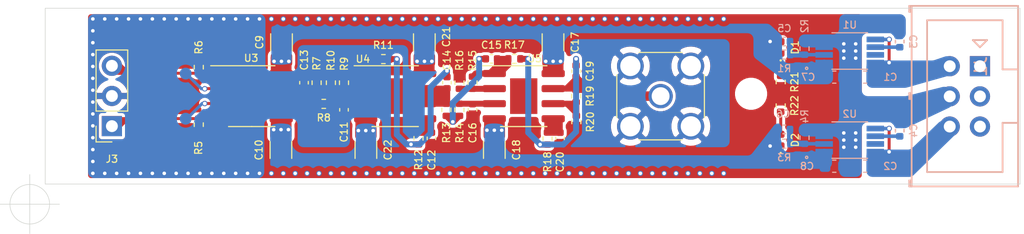
<source format=kicad_pcb>
(kicad_pcb (version 20171130) (host pcbnew "(5.1.8)-1")
  (layers (0 F.Cu signal) (1 In1.Cu signal) (2 In2.Cu signal) (31 B.Cu signal) (34 B.Paste user hide) (35 F.Paste user hide) (36 B.SilkS user) (37 F.SilkS user) (38 B.Mask user) (39 F.Mask user) (44 Edge.Cuts user))
  (net 0 "")
  (net 1 GND)
  (net 2 +18V)
  (net 3 -18V)
  (net 4 "Net-(C3-Pad1)")
  (net 5 "Net-(C4-Pad1)")
  (net 6 "Net-(C5-Pad2)")
  (net 7 AVCC)
  (net 8 "Net-(C6-Pad2)")
  (net 9 AVEE)
  (net 10 Signal+)
  (net 11 Signal-)
  (net 12 SubSignal)
  (net 13 OutSignal)
  (net 14 "Net-(C11-Pad1)")
  (net 15 "Net-(C12-Pad1)")
  (net 16 "Net-(C14-Pad2)")
  (net 17 "Net-(C14-Pad1)")
  (net 18 "Net-(C15-Pad2)")
  (net 19 "Net-(C15-Pad1)")
  (net 20 "Net-(C16-Pad1)")
  (net 21 "Net-(C19-Pad1)")
  (net 22 "Net-(C20-Pad1)")
  (net 23 "Net-(R10-Pad1)")
  (net 24 "Net-(R11-Pad1)")
  (net 25 "Net-(R15-Pad2)")
  (net 26 "Net-(R19-Pad2)")
  (net 27 "Net-(D1-Pad1)")
  (net 28 "Net-(D2-Pad2)")
  (net 29 "Net-(J5-Pad1)")
  (net 30 "Net-(J2-Pad1)")
  (module Capacitor_SMD:C_1206_3216Metric (layer F.Cu) (at 95.24 104.03 270)
    (fp_text reference C22 (at 0 -1.85 90) (layer F.SilkS) (effects (font (size 0.6 0.6) (thickness 0.1))))
    (fp_text value 0.1uF)
    (pad 2 smd roundrect (at 1.475 0 270) (size 1.15 1.8) (layers F.Cu F.Paste F.Mask) (roundrect_rratio 0.217391) (net 1 GND))
    (pad 1 smd roundrect (at -1.475 0 270) (size 1.15 1.8) (layers F.Cu F.Paste F.Mask) (roundrect_rratio 0.217391) (net 9 AVEE))
  )
  (module Capacitor_SMD:C_1206_3216Metric (layer F.Cu) (at 100.15 94.96 270)
    (fp_text reference C21 (at -0.46 -1.85 90) (layer F.SilkS) (effects (font (size 0.6 0.6) (thickness 0.1))))
    (fp_text value 0.1uF)
    (pad 2 smd roundrect (at 1.475 0 270) (size 1.15 1.8) (layers F.Cu F.Paste F.Mask) (roundrect_rratio 0.217391) (net 7 AVCC))
    (pad 1 smd roundrect (at -1.475 0 270) (size 1.15 1.8) (layers F.Cu F.Paste F.Mask) (roundrect_rratio 0.217391) (net 1 GND))
  )
  (module Capacitor_SMD:C_1206_3216Metric (layer F.Cu) (at 106.03 104.03 270)
    (fp_text reference C18 (at 0 -1.85 90) (layer F.SilkS) (effects (font (size 0.6 0.6) (thickness 0.1))))
    (fp_text value 0.1uF)
    (pad 2 smd roundrect (at 1.475 0 270) (size 1.15 1.8) (layers F.Cu F.Paste F.Mask) (roundrect_rratio 0.217391) (net 1 GND))
    (pad 1 smd roundrect (at -1.475 0 270) (size 1.15 1.8) (layers F.Cu F.Paste F.Mask) (roundrect_rratio 0.217391) (net 9 AVEE))
  )
  (module Capacitor_SMD:C_1206_3216Metric (layer F.Cu) (at 110.96 94.96 270)
    (fp_text reference C17 (at 0 -1.85 90) (layer F.SilkS) (effects (font (size 0.6 0.6) (thickness 0.1))))
    (fp_text value 0.1uF)
    (pad 2 smd roundrect (at 1.475 0 270) (size 1.15 1.8) (layers F.Cu F.Paste F.Mask) (roundrect_rratio 0.217391) (net 7 AVCC))
    (pad 1 smd roundrect (at -1.475 0 270) (size 1.15 1.8) (layers F.Cu F.Paste F.Mask) (roundrect_rratio 0.217391) (net 1 GND))
  )
  (module Capacitor_SMD:C_1206_3216Metric (layer F.Cu) (at 88.1 104.03 90)
    (fp_text reference C10 (at 0 -1.85 90) (layer F.SilkS) (effects (font (size 0.6 0.6) (thickness 0.1))))
    (fp_text value 0.1uF)
    (pad 2 smd roundrect (at 1.475 0 90) (size 1.15 1.8) (layers F.Cu F.Paste F.Mask) (roundrect_rratio 0.217391) (net 9 AVEE))
    (pad 1 smd roundrect (at -1.475 0 90) (size 1.15 1.8) (layers F.Cu F.Paste F.Mask) (roundrect_rratio 0.217391) (net 1 GND))
  )
  (module Capacitor_SMD:C_1206_3216Metric (layer F.Cu) (at 88.15 94.96 90)
    (fp_text reference C9 (at 0 -1.85 90) (layer F.SilkS) (effects (font (size 0.6 0.6) (thickness 0.1))))
    (fp_text value 0.1uF)
    (pad 2 smd roundrect (at 1.475 0 90) (size 1.15 1.8) (layers F.Cu F.Paste F.Mask) (roundrect_rratio 0.217391) (net 1 GND))
    (pad 1 smd roundrect (at -1.475 0 90) (size 1.15 1.8) (layers F.Cu F.Paste F.Mask) (roundrect_rratio 0.217391) (net 7 AVCC))
  )
  (module lib:MountingPad_1mm (layer B.Cu) (at 80.1 101.4 270)
    (fp_text reference J5 hide)
    (fp_text value Conn_01x01_Female)
    (pad 1 smd circle (at 0 0 270) (size 1 1) (layers B.Cu B.Paste B.Mask) (net 29 "Net-(J5-Pad1)"))
  )
  (module lib:MountingPad_1mm (layer B.Cu) (at 80.1 97.6 270)
    (fp_text reference J2 hide)
    (fp_text value Conn_01x01_Female)
    (pad 1 smd circle (at 0 0 270) (size 1 1) (layers B.Cu B.Paste B.Mask) (net 30 "Net-(J2-Pad1)"))
  )
  (module Connector_Multicomp:Multicomp_MC9A12-1034_2x03_P2.54mm_Vertical (layer B.Cu) (at 145.5 99.5 270)
    (fp_text reference J1 (at -2.5 -1.4 90) (layer B.SilkS) (effects (justify mirror)))
    (fp_text value Conn_01x04)
    (pad 4 thru_hole circle (at 0.02 1.21 270) (size 1.7 1.7) (drill 1) (layers *.Cu *.Mask) (net 1 GND))
    (pad 5 thru_hole circle (at 2.56 -1.33 270) (size 1.7 1.7) (drill 1) (layers *.Cu *.Mask))
    (pad 1 thru_hole rect (at -2.52 -1.33 270) (size 1.7 1.7) (drill 1) (layers *.Cu *.Mask))
    (pad 6 thru_hole circle (at 2.56 1.21 270) (size 1.7 1.7) (drill 1) (layers *.Cu *.Mask) (net 3 -18V))
    (pad 3 thru_hole circle (at 0.02 -1.33 270) (size 1.7 1.7) (drill 1) (layers *.Cu *.Mask))
    (pad 2 thru_hole circle (at -2.52 1.21 270) (size 1.7 1.7) (drill 1) (layers *.Cu *.Mask) (net 2 +18V))
  )
  (module Resistor_SMD:R_0402_1005Metric (layer F.Cu) (at 130.09 100.3 270)
    (fp_text reference R22 (at 0 -1.17 90) (layer F.SilkS) (effects (font (size 0.6 0.6) (thickness 0.1))))
    (fp_text value 11K)
    (pad 2 smd roundrect (at 0.51 0 270) (size 0.54 0.64) (layers F.Cu F.Paste F.Mask) (net 28 "Net-(D2-Pad2)"))
    (pad 1 smd roundrect (at -0.51 0 270) (size 0.54 0.64) (layers F.Cu F.Paste F.Mask) (net 1 GND))
  )
  (module Resistor_SMD:R_0402_1005Metric (layer F.Cu) (at 130.09 98.305 270)
    (fp_text reference R21 (at 0 -1.17 90) (layer F.SilkS) (effects (font (size 0.6 0.6) (thickness 0.1))))
    (fp_text value 11K)
    (pad 2 smd roundrect (at 0.51 0 270) (size 0.54 0.64) (layers F.Cu F.Paste F.Mask) (net 1 GND))
    (pad 1 smd roundrect (at -0.51 0 270) (size 0.54 0.64) (layers F.Cu F.Paste F.Mask) (net 27 "Net-(D1-Pad1)"))
  )
  (module LED_SMD:LED_0402_1005Metric (layer F.Cu) (at 130.09 103.2 90)
    (fp_text reference D2 (at 0 1.21 90) (layer F.SilkS) (effects (font (size 0.6 0.6) (thickness 0.1))))
    (fp_text value LED)
    (pad 2 smd roundrect (at 0.485 0 90) (size 0.59 0.64) (layers F.Cu F.Paste F.Mask) (net 28 "Net-(D2-Pad2)"))
    (pad 1 smd roundrect (at -0.485 0 90) (size 0.59 0.64) (layers F.Cu F.Paste F.Mask) (net 9 AVEE))
  )
  (module LED_SMD:LED_0402_1005Metric (layer F.Cu) (at 130.09 95.4 90)
    (fp_text reference D1 (at 0 1.21 90) (layer F.SilkS) (effects (font (size 0.6 0.6) (thickness 0.1))))
    (fp_text value LED)
    (pad 2 smd roundrect (at 0.485 0 90) (size 0.59 0.64) (layers F.Cu F.Paste F.Mask) (net 7 AVCC))
    (pad 1 smd roundrect (at -0.485 0 90) (size 0.59 0.64) (layers F.Cu F.Paste F.Mask) (net 27 "Net-(D1-Pad1)"))
  )
  (module MountingHole:MountingHole_2.2mm_M2 (layer F.Cu) (at 127.6 99.5)
    (fp_text reference H3 hide)
    (fp_text value MountingHole)
    (pad 1 np_thru_hole circle (at 0 -0.2) (size 2.2 2.2) (drill 2.2) (layers *.Cu *.Mask))
  )
  (module MountingHole:MountingHole_2.2mm_M2 (layer F.Cu) (at 70.1 105.1)
    (fp_text reference H2 hide)
    (fp_text value MountingHole)
    (pad 1 np_thru_hole circle (at 0 0) (size 2.2 2.2) (drill 2.2) (layers *.Cu *.Mask))
  )
  (module MountingHole:MountingHole_2.2mm_M2 (layer F.Cu) (at 70.1 93.9)
    (fp_text reference H1 hide)
    (fp_text value MountingHole)
    (pad 1 np_thru_hole circle (at 0 0) (size 2.2 2.2) (drill 2.2) (layers *.Cu *.Mask))
  )
  (module Capacitor_SMD:C_0402_1005Metric (layer B.Cu) (at 130.39 102.3)
    (fp_text reference C6 (at -0.09 -1.3) (layer B.SilkS) (effects (font (size 0.6 0.6) (thickness 0.1)) (justify mirror)))
    (fp_text value 10nF)
    (pad 2 smd roundrect (at 0.48 0) (size 0.56 0.62) (layers B.Cu B.Paste B.Mask) (net 8 "Net-(C6-Pad2)"))
    (pad 1 smd roundrect (at -0.48 0) (size 0.56 0.62) (layers B.Cu B.Paste B.Mask) (net 9 AVEE))
  )
  (module Capacitor_SMD:C_0402_1005Metric (layer B.Cu) (at 130.39 94.899999)
    (fp_text reference C5 (at 0.01 -1.099999) (layer B.SilkS) (effects (font (size 0.6 0.6) (thickness 0.1)) (justify mirror)))
    (fp_text value 10nF)
    (pad 2 smd roundrect (at 0.48 0) (size 0.56 0.62) (layers B.Cu B.Paste B.Mask) (net 6 "Net-(C5-Pad2)"))
    (pad 1 smd roundrect (at -0.48 0) (size 0.56 0.62) (layers B.Cu B.Paste B.Mask) (net 7 AVCC))
  )
  (module Capacitor_SMD:C_0402_1005Metric (layer B.Cu) (at 140.09 102.4 90)
    (fp_text reference C4 (at 0 1.16 90) (layer B.SilkS) (effects (font (size 0.6 0.6) (thickness 0.1)) (justify mirror)))
    (fp_text value 10nF)
    (pad 2 smd roundrect (at 0.48 0 90) (size 0.56 0.62) (layers B.Cu B.Paste B.Mask) (net 1 GND))
    (pad 1 smd roundrect (at -0.48 0 90) (size 0.56 0.62) (layers B.Cu B.Paste B.Mask) (net 5 "Net-(C4-Pad1)"))
  )
  (module Capacitor_SMD:C_0402_1005Metric (layer B.Cu) (at 140.09 94.9 90)
    (fp_text reference C3 (at 0 1.16 90) (layer B.SilkS) (effects (font (size 0.6 0.6) (thickness 0.1)) (justify mirror)))
    (fp_text value 10nF)
    (pad 2 smd roundrect (at 0.48 0 90) (size 0.56 0.62) (layers B.Cu B.Paste B.Mask) (net 1 GND))
    (pad 1 smd roundrect (at -0.48 0 90) (size 0.56 0.62) (layers B.Cu B.Paste B.Mask) (net 4 "Net-(C3-Pad1)"))
  )
  (module Resistor_SMD:R_0402_1005Metric (layer F.Cu) (at 112.92 101.67 270)
    (fp_text reference R20 (at 0 -1.17 90) (layer F.SilkS) (effects (font (size 0.6 0.6) (thickness 0.1))))
    (fp_text value 3.48k)
    (pad 2 smd roundrect (at 0.51 0 270) (size 0.54 0.64) (layers F.Cu F.Paste F.Mask) (net 1 GND))
    (pad 1 smd roundrect (at -0.51 0 270) (size 0.54 0.64) (layers F.Cu F.Paste F.Mask) (net 26 "Net-(R19-Pad2)"))
  )
  (module Resistor_SMD:R_0402_1005Metric (layer F.Cu) (at 112.9 99.5 270)
    (fp_text reference R19 (at 0 -1.17 90) (layer F.SilkS) (effects (font (size 0.6 0.6) (thickness 0.1))))
    (fp_text value 1.82k)
    (pad 2 smd roundrect (at 0.51 0 270) (size 0.54 0.64) (layers F.Cu F.Paste F.Mask) (net 26 "Net-(R19-Pad2)"))
    (pad 1 smd roundrect (at -0.51 0 270) (size 0.54 0.64) (layers F.Cu F.Paste F.Mask) (net 13 OutSignal))
  )
  (module Resistor_SMD:R_0402_1005Metric (layer F.Cu) (at 110.5 103.07 90)
    (fp_text reference R18 (at -1.97 0 90) (layer F.SilkS) (effects (font (size 0.6 0.6) (thickness 0.1))))
    (fp_text value 15k)
    (pad 2 smd roundrect (at 0.51 0 90) (size 0.54 0.64) (layers F.Cu F.Paste F.Mask) (net 22 "Net-(C20-Pad1)"))
    (pad 1 smd roundrect (at -0.51 0 90) (size 0.54 0.64) (layers F.Cu F.Paste F.Mask) (net 21 "Net-(C19-Pad1)"))
  )
  (module Resistor_SMD:R_0402_1005Metric (layer F.Cu) (at 107.71 96.36)
    (fp_text reference R17 (at 0 -1.17) (layer F.SilkS) (effects (font (size 0.6 0.6) (thickness 0.1))))
    (fp_text value 6.65K)
    (pad 2 smd roundrect (at 0.51 0) (size 0.54 0.64) (layers F.Cu F.Paste F.Mask) (net 21 "Net-(C19-Pad1)"))
    (pad 1 smd roundrect (at -0.51 0) (size 0.54 0.64) (layers F.Cu F.Paste F.Mask) (net 18 "Net-(C15-Pad2)"))
  )
  (module Resistor_SMD:R_0402_1005Metric (layer F.Cu) (at 103.1 98.37 90)
    (fp_text reference R16 (at 1.88 0 90) (layer F.SilkS) (effects (font (size 0.6 0.6) (thickness 0.1))))
    (fp_text value 2.26k)
    (pad 2 smd roundrect (at 0.51 0 90) (size 0.54 0.64) (layers F.Cu F.Paste F.Mask) (net 1 GND))
    (pad 1 smd roundrect (at -0.51 0 90) (size 0.54 0.64) (layers F.Cu F.Paste F.Mask) (net 25 "Net-(R15-Pad2)"))
  )
  (module Resistor_SMD:R_0402_1005Metric (layer F.Cu) (at 104.2 98.37 270)
    (fp_text reference R15 (at -1.88 0 90) (layer F.SilkS) (effects (font (size 0.6 0.6) (thickness 0.1))))
    (fp_text value 3.01k)
    (pad 2 smd roundrect (at 0.51 0 270) (size 0.54 0.64) (layers F.Cu F.Paste F.Mask) (net 25 "Net-(R15-Pad2)"))
    (pad 1 smd roundrect (at -0.51 0 270) (size 0.54 0.64) (layers F.Cu F.Paste F.Mask) (net 18 "Net-(C15-Pad2)"))
  )
  (module Resistor_SMD:R_0402_1005Metric (layer F.Cu) (at 103.1 100.65 90)
    (fp_text reference R14 (at -1.94 0.02 90) (layer F.SilkS) (effects (font (size 0.6 0.6) (thickness 0.1))))
    (fp_text value 15k)
    (pad 2 smd roundrect (at 0.51 0 90) (size 0.54 0.64) (layers F.Cu F.Paste F.Mask) (net 20 "Net-(C16-Pad1)"))
    (pad 1 smd roundrect (at -0.51 0 90) (size 0.54 0.64) (layers F.Cu F.Paste F.Mask) (net 19 "Net-(C15-Pad1)"))
  )
  (module Resistor_SMD:R_0402_1005Metric (layer F.Cu) (at 102 100.65 270)
    (fp_text reference R13 (at 1.94 -0.01 90) (layer F.SilkS) (effects (font (size 0.6 0.6) (thickness 0.1))))
    (fp_text value 6.34K)
    (pad 2 smd roundrect (at 0.51 0 270) (size 0.54 0.64) (layers F.Cu F.Paste F.Mask) (net 19 "Net-(C15-Pad1)"))
    (pad 1 smd roundrect (at -0.51 0 270) (size 0.54 0.64) (layers F.Cu F.Paste F.Mask) (net 16 "Net-(C14-Pad2)"))
  )
  (module Resistor_SMD:R_0402_1005Metric (layer F.Cu) (at 99.66 103.05 90)
    (fp_text reference R12 (at -1.82 0 90) (layer F.SilkS) (effects (font (size 0.6 0.6) (thickness 0.1))))
    (fp_text value 12.1K)
    (pad 2 smd roundrect (at 0.51 0 90) (size 0.54 0.64) (layers F.Cu F.Paste F.Mask) (net 15 "Net-(C12-Pad1)"))
    (pad 1 smd roundrect (at -0.51 0 90) (size 0.54 0.64) (layers F.Cu F.Paste F.Mask) (net 17 "Net-(C14-Pad1)"))
  )
  (module Resistor_SMD:R_0402_1005Metric (layer F.Cu) (at 96.71 96.38)
    (fp_text reference R11 (at 0 -1.17) (layer F.SilkS) (effects (font (size 0.6 0.6) (thickness 0.1))))
    (fp_text value 12.1K)
    (pad 2 smd roundrect (at 0.51 0) (size 0.54 0.64) (layers F.Cu F.Paste F.Mask) (net 17 "Net-(C14-Pad1)"))
    (pad 1 smd roundrect (at -0.51 0) (size 0.54 0.64) (layers F.Cu F.Paste F.Mask) (net 24 "Net-(R11-Pad1)"))
  )
  (module Resistor_SMD:R_0402_1005Metric (layer F.Cu) (at 92.3 98.37 90)
    (fp_text reference R10 (at 1.88 -0.01 90) (layer F.SilkS) (effects (font (size 0.6 0.6) (thickness 0.1))))
    (fp_text value 301R)
    (pad 2 smd roundrect (at 0.51 0 90) (size 0.54 0.64) (layers F.Cu F.Paste F.Mask) (net 1 GND))
    (pad 1 smd roundrect (at -0.51 0 90) (size 0.54 0.64) (layers F.Cu F.Paste F.Mask) (net 23 "Net-(R10-Pad1)"))
  )
  (module Resistor_SMD:R_0402_1005Metric (layer F.Cu) (at 93.4 98.37 270)
    (fp_text reference R9 (at -1.59 -0.02 90) (layer F.SilkS) (effects (font (size 0.6 0.6) (thickness 0.1))))
    (fp_text value 5K)
    (pad 2 smd roundrect (at 0.51 0 270) (size 0.54 0.64) (layers F.Cu F.Paste F.Mask) (net 23 "Net-(R10-Pad1)"))
    (pad 1 smd roundrect (at -0.51 0 270) (size 0.54 0.64) (layers F.Cu F.Paste F.Mask) (net 24 "Net-(R11-Pad1)"))
  )
  (module Resistor_SMD:R_0402_1005Metric (layer F.Cu) (at 91.7 100.15 180)
    (fp_text reference R8 (at 0 -1.17) (layer F.SilkS) (effects (font (size 0.6 0.6) (thickness 0.1))))
    (fp_text value 10K)
    (pad 2 smd roundrect (at 0.51 0 180) (size 0.54 0.64) (layers F.Cu F.Paste F.Mask) (net 12 SubSignal))
    (pad 1 smd roundrect (at -0.51 0 180) (size 0.54 0.64) (layers F.Cu F.Paste F.Mask) (net 14 "Net-(C11-Pad1)"))
  )
  (module Resistor_SMD:R_0402_1005Metric (layer F.Cu) (at 91.1 98.37 90)
    (fp_text reference R7 (at 1.62 0.01 90) (layer F.SilkS) (effects (font (size 0.6 0.6) (thickness 0.1))))
    (fp_text value 10K)
    (pad 2 smd roundrect (at 0.51 0 90) (size 0.54 0.64) (layers F.Cu F.Paste F.Mask) (net 1 GND))
    (pad 1 smd roundrect (at -0.51 0 90) (size 0.54 0.64) (layers F.Cu F.Paste F.Mask) (net 12 SubSignal))
  )
  (module Resistor_SMD:R_0402_1005Metric (layer F.Cu) (at 81.2 97.06 270)
    (fp_text reference R6 (at -1.67 0 90) (layer F.SilkS) (effects (font (size 0.6 0.6) (thickness 0.1))))
    (fp_text value 10)
    (pad 2 smd roundrect (at 0.51 0 270) (size 0.54 0.64) (layers F.Cu F.Paste F.Mask) (net 11 Signal-))
    (pad 1 smd roundrect (at -0.51 0 270) (size 0.54 0.64) (layers F.Cu F.Paste F.Mask) (net 1 GND))
  )
  (module Resistor_SMD:R_0402_1005Metric (layer F.Cu) (at 81.2 101.9 270)
    (fp_text reference R5 (at 1.96 0.02 90) (layer F.SilkS) (effects (font (size 0.6 0.6) (thickness 0.1))))
    (fp_text value 10)
    (pad 2 smd roundrect (at 0.51 0 270) (size 0.54 0.64) (layers F.Cu F.Paste F.Mask) (net 1 GND))
    (pad 1 smd roundrect (at -0.51 0 270) (size 0.54 0.64) (layers F.Cu F.Paste F.Mask) (net 10 Signal+))
  )
  (module Resistor_SMD:R_0402_1005Metric (layer B.Cu) (at 132.090001 103 90)
    (fp_text reference R4 (at 1.8 0.009999 270) (layer B.SilkS) (effects (font (size 0.6 0.6) (thickness 0.1)) (justify mirror)))
    (fp_text value 11K)
    (pad 2 smd roundrect (at 0.51 0 90) (size 0.54 0.64) (layers B.Cu B.Paste B.Mask) (net 1 GND))
    (pad 1 smd roundrect (at -0.51 0 90) (size 0.54 0.64) (layers B.Cu B.Paste B.Mask) (net 8 "Net-(C6-Pad2)"))
  )
  (module Resistor_SMD:R_0402_1005Metric (layer B.Cu) (at 130.39 103.499999)
    (fp_text reference R3 (at 0 1.17) (layer B.SilkS) (effects (font (size 0.6 0.6) (thickness 0.1)) (justify mirror)))
    (fp_text value 101K)
    (pad 2 smd roundrect (at 0.51 0) (size 0.54 0.64) (layers B.Cu B.Paste B.Mask) (net 8 "Net-(C6-Pad2)"))
    (pad 1 smd roundrect (at -0.51 0) (size 0.54 0.64) (layers B.Cu B.Paste B.Mask) (net 9 AVEE))
  )
  (module Resistor_SMD:R_0402_1005Metric (layer B.Cu) (at 132.09 95.500001 90)
    (fp_text reference R2 (at 1.900001 0.01 270) (layer B.SilkS) (effects (font (size 0.6 0.6) (thickness 0.1)) (justify mirror)))
    (fp_text value 11K)
    (pad 2 smd roundrect (at 0.51 0 90) (size 0.54 0.64) (layers B.Cu B.Paste B.Mask) (net 1 GND))
    (pad 1 smd roundrect (at -0.51 0 90) (size 0.54 0.64) (layers B.Cu B.Paste B.Mask) (net 6 "Net-(C5-Pad2)"))
  )
  (module Resistor_SMD:R_0402_1005Metric (layer B.Cu) (at 130.389999 96)
    (fp_text reference R1 (at 0 1.17) (layer B.SilkS) (effects (font (size 0.6 0.6) (thickness 0.1)) (justify mirror)))
    (fp_text value 100K)
    (pad 2 smd roundrect (at 0.51 0) (size 0.54 0.64) (layers B.Cu B.Paste B.Mask) (net 6 "Net-(C5-Pad2)"))
    (pad 1 smd roundrect (at -0.51 0) (size 0.54 0.64) (layers B.Cu B.Paste B.Mask) (net 7 AVCC))
  )
  (module Capacitor_SMD:C_0402_1005Metric (layer F.Cu) (at 111.55 103.05 270)
    (fp_text reference C20 (at 1.99 0 90) (layer F.SilkS) (effects (font (size 0.6 0.6) (thickness 0.1))))
    (fp_text value 47pF)
    (pad 2 smd roundrect (at 0.48 0 270) (size 0.56 0.62) (layers F.Cu F.Paste F.Mask) (net 1 GND))
    (pad 1 smd roundrect (at -0.48 0 270) (size 0.56 0.62) (layers F.Cu F.Paste F.Mask) (net 22 "Net-(C20-Pad1)"))
  )
  (module Capacitor_SMD:C_0402_1005Metric (layer F.Cu) (at 112.9 97.4 270)
    (fp_text reference C19 (at 0 -1.16 90) (layer F.SilkS) (effects (font (size 0.6 0.6) (thickness 0.1))))
    (fp_text value 47pF)
    (pad 2 smd roundrect (at 0.48 0 270) (size 0.56 0.62) (layers F.Cu F.Paste F.Mask) (net 13 OutSignal))
    (pad 1 smd roundrect (at -0.48 0 270) (size 0.56 0.62) (layers F.Cu F.Paste F.Mask) (net 21 "Net-(C19-Pad1)"))
  )
  (module Capacitor_SMD:C_0402_1005Metric (layer F.Cu) (at 104.2 100.65 270)
    (fp_text reference C16 (at 1.94 -0.01 90) (layer F.SilkS) (effects (font (size 0.6 0.6) (thickness 0.1))))
    (fp_text value 47pF)
    (pad 2 smd roundrect (at 0.48 0 270) (size 0.56 0.62) (layers F.Cu F.Paste F.Mask) (net 1 GND))
    (pad 1 smd roundrect (at -0.48 0 270) (size 0.56 0.62) (layers F.Cu F.Paste F.Mask) (net 20 "Net-(C16-Pad1)"))
  )
  (module Capacitor_SMD:C_0402_1005Metric (layer F.Cu) (at 105.79 96.36)
    (fp_text reference C15 (at 0 -1.16) (layer F.SilkS) (effects (font (size 0.6 0.6) (thickness 0.1))))
    (fp_text value 47pF)
    (pad 2 smd roundrect (at 0.48 0) (size 0.56 0.62) (layers F.Cu F.Paste F.Mask) (net 18 "Net-(C15-Pad2)"))
    (pad 1 smd roundrect (at -0.48 0) (size 0.56 0.62) (layers F.Cu F.Paste F.Mask) (net 19 "Net-(C15-Pad1)"))
  )
  (module Capacitor_SMD:C_0402_1005Metric (layer F.Cu) (at 102.05 98.37 270)
    (fp_text reference C14 (at -1.89 0 90) (layer F.SilkS) (effects (font (size 0.6 0.6) (thickness 0.1))))
    (fp_text value 130pF)
    (pad 2 smd roundrect (at 0.48 0 270) (size 0.56 0.62) (layers F.Cu F.Paste F.Mask) (net 16 "Net-(C14-Pad2)"))
    (pad 1 smd roundrect (at -0.48 0 270) (size 0.56 0.62) (layers F.Cu F.Paste F.Mask) (net 17 "Net-(C14-Pad1)"))
  )
  (module Capacitor_SMD:C_0402_1005Metric (layer F.Cu) (at 90.04 98.37 90)
    (fp_text reference C13 (at 1.91 0.02 90) (layer F.SilkS) (effects (font (size 0.6 0.6) (thickness 0.1))))
    (fp_text value 15pF)
    (pad 2 smd roundrect (at 0.48 0 90) (size 0.56 0.62) (layers F.Cu F.Paste F.Mask) (net 1 GND))
    (pad 1 smd roundrect (at -0.48 0 90) (size 0.56 0.62) (layers F.Cu F.Paste F.Mask) (net 12 SubSignal))
  )
  (module Capacitor_SMD:C_0402_1005Metric (layer F.Cu) (at 100.75 103.05 270)
    (fp_text reference C12 (at 1.83 -0.01 90) (layer F.SilkS) (effects (font (size 0.6 0.6) (thickness 0.1))))
    (fp_text value 10pF)
    (pad 2 smd roundrect (at 0.48 0 270) (size 0.56 0.62) (layers F.Cu F.Paste F.Mask) (net 1 GND))
    (pad 1 smd roundrect (at -0.48 0 270) (size 0.56 0.62) (layers F.Cu F.Paste F.Mask) (net 15 "Net-(C12-Pad1)"))
  )
  (module Capacitor_SMD:C_0402_1005Metric (layer F.Cu) (at 93.4 100.65 270)
    (fp_text reference C11 (at 1.87 0 90) (layer F.SilkS) (effects (font (size 0.6 0.6) (thickness 0.1))))
    (fp_text value 47pF)
    (pad 2 smd roundrect (at 0.48 0 270) (size 0.56 0.62) (layers F.Cu F.Paste F.Mask) (net 1 GND))
    (pad 1 smd roundrect (at -0.48 0 270) (size 0.56 0.62) (layers F.Cu F.Paste F.Mask) (net 14 "Net-(C11-Pad1)"))
  )
  (module Package_SO:SOIC-8-1EP_3.9x4.9mm_P1.27mm_EP2.29x3mm (layer F.Cu) (at 108.5 99.5)
    (fp_text reference U5 (at 0.92 -3.16) (layer F.SilkS) (effects (font (size 0.6 0.6) (thickness 0.1))))
    (fp_text value ADA4898-2)
    (pad 9 smd rect (at 0 0) (size 2.29 3) (layers F.Cu F.Mask))
    (pad 8 smd roundrect (at 2.475 -1.905) (size 1.95 0.6) (layers F.Cu F.Paste F.Mask) (net 7 AVCC))
    (pad 7 smd roundrect (at 2.475 -0.635) (size 1.95 0.6) (layers F.Cu F.Paste F.Mask) (net 13 OutSignal))
    (pad 6 smd roundrect (at 2.475 0.635) (size 1.95 0.6) (layers F.Cu F.Paste F.Mask) (net 26 "Net-(R19-Pad2)"))
    (pad 5 smd roundrect (at 2.475 1.905) (size 1.95 0.6) (layers F.Cu F.Paste F.Mask) (net 22 "Net-(C20-Pad1)"))
    (pad 4 smd roundrect (at -2.475 1.905) (size 1.95 0.6) (layers F.Cu F.Paste F.Mask) (net 9 AVEE))
    (pad 3 smd roundrect (at -2.475 0.635) (size 1.95 0.6) (layers F.Cu F.Paste F.Mask) (net 20 "Net-(C16-Pad1)"))
    (pad 2 smd roundrect (at -2.475 -0.635) (size 1.95 0.6) (layers F.Cu F.Paste F.Mask) (net 25 "Net-(R15-Pad2)"))
    (pad 1 smd roundrect (at -2.475 -1.905) (size 1.95 0.6) (layers F.Cu F.Paste F.Mask) (net 18 "Net-(C15-Pad2)"))
  )
  (module Package_SO:SOIC-8-1EP_3.9x4.9mm_P1.27mm_EP2.29x3mm (layer F.Cu) (at 97.7 99.5)
    (fp_text reference U4 (at -2.71 -3.12) (layer F.SilkS) (effects (font (size 0.6 0.6) (thickness 0.1))))
    (fp_text value ADA4898-2)
    (pad 1 smd roundrect (at -2.475 -1.905) (size 1.95 0.6) (layers F.Cu F.Paste F.Mask) (net 24 "Net-(R11-Pad1)"))
    (pad 2 smd roundrect (at -2.475 -0.635) (size 1.95 0.6) (layers F.Cu F.Paste F.Mask) (net 23 "Net-(R10-Pad1)"))
    (pad 3 smd roundrect (at -2.475 0.635) (size 1.95 0.6) (layers F.Cu F.Paste F.Mask) (net 14 "Net-(C11-Pad1)"))
    (pad 4 smd roundrect (at -2.475 1.905) (size 1.95 0.6) (layers F.Cu F.Paste F.Mask) (net 9 AVEE))
    (pad 5 smd roundrect (at 2.475 1.905) (size 1.95 0.6) (layers F.Cu F.Paste F.Mask) (net 15 "Net-(C12-Pad1)"))
    (pad 6 smd roundrect (at 2.475 0.635) (size 1.95 0.6) (layers F.Cu F.Paste F.Mask) (net 16 "Net-(C14-Pad2)"))
    (pad 7 smd roundrect (at 2.475 -0.635) (size 1.95 0.6) (layers F.Cu F.Paste F.Mask) (net 16 "Net-(C14-Pad2)"))
    (pad 8 smd roundrect (at 2.475 -1.905) (size 1.95 0.6) (layers F.Cu F.Paste F.Mask) (net 7 AVCC))
    (pad 9 smd rect (at 0 0) (size 2.29 3) (layers F.Cu F.Mask))
  )
  (module Connector_Coaxial:SMA_Amphenol_132134_Vertical (layer F.Cu) (at 120 99.5)
    (fp_text reference J4 (at -0.1 0) (layer F.SilkS) (effects (font (size 0.6 0.6) (thickness 0.1))))
    (fp_text value Conn_01x02_Male)
    (pad 2 thru_hole circle (at -2.54 2.54) (size 2.25 2.25) (drill 1.7) (layers *.Cu *.Mask) (net 1 GND))
    (pad 2 thru_hole circle (at -2.54 -2.54) (size 2.25 2.25) (drill 1.7) (layers *.Cu *.Mask) (net 1 GND))
    (pad 2 thru_hole circle (at 2.54 -2.54) (size 2.25 2.25) (drill 1.7) (layers *.Cu *.Mask) (net 1 GND))
    (pad 2 thru_hole circle (at 2.54 2.54) (size 2.25 2.25) (drill 1.7) (layers *.Cu *.Mask) (net 1 GND))
    (pad 1 thru_hole circle (at 0 0) (size 2.05 2.05) (drill 1.5) (layers *.Cu *.Mask) (net 13 OutSignal))
  )
  (module Connector_PinSocket_2.54mm:PinSocket_1x03_P2.54mm_Vertical (layer F.Cu) (at 73.9 102.025 180)
    (fp_text reference J3 (at 0 -2.77) (layer F.SilkS) (effects (font (size 0.6 0.6) (thickness 0.1))))
    (fp_text value Conn_01x03_Female)
    (pad 3 thru_hole oval (at 0 5.08 180) (size 1.7 1.7) (drill 1) (layers *.Cu *.Mask) (net 11 Signal-))
    (pad 2 thru_hole oval (at 0 2.54 180) (size 1.7 1.7) (drill 1) (layers *.Cu *.Mask) (net 1 GND))
    (pad 1 thru_hole rect (at 0 0 180) (size 1.7 1.7) (drill 1) (layers *.Cu *.Mask) (net 10 Signal+))
  )
  (module Capacitor_SMD:C_0603_1608Metric (layer B.Cu) (at 134.589999 105.399999)
    (fp_text reference C8 (at -2.289999 0.000001) (layer B.SilkS) (effects (font (size 0.6 0.6) (thickness 0.1)) (justify mirror)))
    (fp_text value 10uF)
    (pad 2 smd roundrect (at 0.775 0) (size 0.9 0.95) (layers B.Cu B.Paste B.Mask) (net 1 GND))
    (pad 1 smd roundrect (at -0.775 0) (size 0.9 0.95) (layers B.Cu B.Paste B.Mask) (net 9 AVEE))
  )
  (module Capacitor_SMD:C_0603_1608Metric (layer B.Cu) (at 134.59 97.9)
    (fp_text reference C7 (at -2.19 0) (layer B.SilkS) (effects (font (size 0.6 0.6) (thickness 0.1)) (justify mirror)))
    (fp_text value 10uF)
    (pad 2 smd roundrect (at 0.775 0) (size 0.9 0.95) (layers B.Cu B.Paste B.Mask) (net 1 GND))
    (pad 1 smd roundrect (at -0.775 0) (size 0.9 0.95) (layers B.Cu B.Paste B.Mask) (net 7 AVCC))
  )
  (module Capacitor_SMD:C_0603_1608Metric (layer B.Cu) (at 137.19 105.4 180)
    (fp_text reference C2 (at -2.11 0) (layer B.SilkS) (effects (font (size 0.6 0.6) (thickness 0.1)) (justify mirror)))
    (fp_text value 10uF)
    (pad 2 smd roundrect (at 0.775 0 180) (size 0.9 0.95) (layers B.Cu B.Paste B.Mask) (net 1 GND))
    (pad 1 smd roundrect (at -0.775 0 180) (size 0.9 0.95) (layers B.Cu B.Paste B.Mask) (net 3 -18V))
  )
  (module Capacitor_SMD:C_0603_1608Metric (layer B.Cu) (at 137.19 97.9 180)
    (fp_text reference C1 (at -2.11 0) (layer B.SilkS) (effects (font (size 0.6 0.6) (thickness 0.1)) (justify mirror)))
    (fp_text value 10uF)
    (pad 2 smd roundrect (at 0.775 0 180) (size 0.9 0.95) (layers B.Cu B.Paste B.Mask) (net 1 GND))
    (pad 1 smd roundrect (at -0.775 0 180) (size 0.9 0.95) (layers B.Cu B.Paste B.Mask) (net 2 +18V))
  )
  (module Package_SO:SOIC-8_3.9x4.9mm_P1.27mm (layer F.Cu) (at 85.65 99.5)
    (fp_text reference U3 (at -0.05 -3.2) (layer F.SilkS) (effects (font (size 0.6 0.6) (thickness 0.1))))
    (fp_text value ina848)
    (pad 8 smd roundrect (at 2.475 -1.905) (size 1.95 0.6) (layers F.Cu F.Paste F.Mask) (net 7 AVCC))
    (pad 7 smd roundrect (at 2.475 -0.635) (size 1.95 0.6) (layers F.Cu F.Paste F.Mask) (net 12 SubSignal))
    (pad 6 smd roundrect (at 2.475 0.635) (size 1.95 0.6) (layers F.Cu F.Paste F.Mask) (net 1 GND))
    (pad 5 smd roundrect (at 2.475 1.905) (size 1.95 0.6) (layers F.Cu F.Paste F.Mask) (net 9 AVEE))
    (pad 4 smd roundrect (at -2.475 1.905) (size 1.95 0.6) (layers F.Cu F.Paste F.Mask) (net 10 Signal+))
    (pad 3 smd roundrect (at -2.475 0.635) (size 1.95 0.6) (layers F.Cu F.Paste F.Mask) (net 29 "Net-(J5-Pad1)"))
    (pad 2 smd roundrect (at -2.475 -0.635) (size 1.95 0.6) (layers F.Cu F.Paste F.Mask) (net 30 "Net-(J2-Pad1)"))
    (pad 1 smd roundrect (at -2.475 -1.905) (size 1.95 0.6) (layers F.Cu F.Paste F.Mask) (net 11 Signal-))
  )
  (module lib:SOP65P490X110-9N (layer B.Cu) (at 135.89 103.2)
    (fp_text reference U2 (at 0 -2.2) (layer B.SilkS) (effects (font (size 0.6 0.6) (thickness 0.1)) (justify mirror)))
    (fp_text value TPS7A3001DGNT)
    (pad 9 smd rect (at 0 0) (size 1.425 1.76) (layers B.Cu B.Mask) (net 1 GND))
    (pad 8 smd roundrect (at 2.15 0.975) (size 1.47 0.48) (layers B.Cu B.Paste B.Mask) (roundrect_rratio 0.06) (net 3 -18V))
    (pad 7 smd roundrect (at 2.15 0.325) (size 1.47 0.48) (layers B.Cu B.Paste B.Mask) (roundrect_rratio 0.06))
    (pad 6 smd roundrect (at 2.15 -0.325) (size 1.47 0.48) (layers B.Cu B.Paste B.Mask) (roundrect_rratio 0.06) (net 5 "Net-(C4-Pad1)"))
    (pad 5 smd roundrect (at 2.15 -0.975) (size 1.47 0.48) (layers B.Cu B.Paste B.Mask) (roundrect_rratio 0.06) (net 3 -18V))
    (pad 4 smd roundrect (at -2.15 -0.975) (size 1.47 0.48) (layers B.Cu B.Paste B.Mask) (roundrect_rratio 0.06) (net 1 GND))
    (pad 3 smd roundrect (at -2.15 -0.325) (size 1.47 0.48) (layers B.Cu B.Paste B.Mask) (roundrect_rratio 0.06) (net 1 GND))
    (pad 2 smd roundrect (at -2.15 0.325) (size 1.47 0.48) (layers B.Cu B.Paste B.Mask) (roundrect_rratio 0.06) (net 8 "Net-(C6-Pad2)"))
    (pad 1 smd roundrect (at -2.15 0.975) (size 1.47 0.48) (layers B.Cu B.Paste B.Mask) (roundrect_rratio 0.06) (net 9 AVEE))
  )
  (module lib:SOP65P490X110-9N (layer B.Cu) (at 135.89 95.7)
    (fp_text reference U1 (at 0 -2.2) (layer B.SilkS) (effects (font (size 0.6 0.6) (thickness 0.1)) (justify mirror)))
    (fp_text value TPS7A4901DGNR)
    (pad 9 smd rect (at 0 0) (size 1.425 1.76) (layers B.Cu B.Mask) (net 1 GND))
    (pad 8 smd roundrect (at 2.15 0.975) (size 1.47 0.48) (layers B.Cu B.Paste B.Mask) (roundrect_rratio 0.06) (net 2 +18V))
    (pad 7 smd roundrect (at 2.15 0.325) (size 1.47 0.48) (layers B.Cu B.Paste B.Mask) (roundrect_rratio 0.06))
    (pad 6 smd roundrect (at 2.15 -0.325) (size 1.47 0.48) (layers B.Cu B.Paste B.Mask) (roundrect_rratio 0.06) (net 4 "Net-(C3-Pad1)"))
    (pad 5 smd roundrect (at 2.15 -0.975) (size 1.47 0.48) (layers B.Cu B.Paste B.Mask) (roundrect_rratio 0.06) (net 2 +18V))
    (pad 4 smd roundrect (at -2.15 -0.975) (size 1.47 0.48) (layers B.Cu B.Paste B.Mask) (roundrect_rratio 0.06) (net 1 GND))
    (pad 3 smd roundrect (at -2.15 -0.325) (size 1.47 0.48) (layers B.Cu B.Paste B.Mask) (roundrect_rratio 0.06) (net 1 GND))
    (pad 2 smd roundrect (at -2.15 0.325) (size 1.47 0.48) (layers B.Cu B.Paste B.Mask) (roundrect_rratio 0.06) (net 6 "Net-(C5-Pad2)"))
    (pad 1 smd roundrect (at -2.15 0.975) (size 1.47 0.48) (layers B.Cu B.Paste B.Mask) (roundrect_rratio 0.06) (net 7 AVCC))
  )
  (target plus (at 67 108.6) (size 5) (width 0.05) (layer Edge.Cuts))
  (gr_line (start 68.3 106.9) (end 68.3 92.1) (layer Edge.Cuts) (width 0.05))
  (gr_line (start 150.2 106.9) (end 68.3 106.9) (layer Edge.Cuts) (width 0.05))
  (gr_line (start 150.2 92.1) (end 68.3 92.1) (layer Edge.Cuts) (width 0.05))
  (gr_line (start 150.2 106.9) (end 150.2 92.1) (layer Edge.Cuts) (width 0.05))
  (via (at 136.390001 96.3) (size 0.45) (drill 0.3) (layers F.Cu B.Cu) (net 1))
  (via (at 136.390001 95.7) (size 0.45) (drill 0.3) (layers F.Cu B.Cu) (net 1))
  (via (at 136.39 95.099999) (size 0.45) (drill 0.3) (layers F.Cu B.Cu) (net 1))
  (via (at 135.390001 96.3) (size 0.45) (drill 0.3) (layers F.Cu B.Cu) (net 1))
  (via (at 135.390001 95.7) (size 0.45) (drill 0.3) (layers F.Cu B.Cu) (net 1))
  (via (at 135.39 95.099999) (size 0.45) (drill 0.3) (layers F.Cu B.Cu) (net 1))
  (via (at 136.390001 103.8) (size 0.45) (drill 0.3) (layers F.Cu B.Cu) (net 1))
  (via (at 136.390001 102.6) (size 0.45) (drill 0.3) (layers F.Cu B.Cu) (net 1))
  (via (at 135.39 103.799999) (size 0.45) (drill 0.3) (layers F.Cu B.Cu) (net 1))
  (via (at 135.390001 102.6) (size 0.45) (drill 0.3) (layers F.Cu B.Cu) (net 1))
  (via (at 136.390001 103.2) (size 0.45) (drill 0.3) (layers F.Cu B.Cu) (net 1))
  (via (at 135.390001 103.2) (size 0.45) (drill 0.3) (layers F.Cu B.Cu) (net 1))
  (via (at 72.3 106) (size 0.45) (drill 0.3) (layers F.Cu B.Cu) (net 1))
  (via (at 73.3 106) (size 0.45) (drill 0.3) (layers F.Cu B.Cu) (net 1))
  (via (at 74.3 106) (size 0.45) (drill 0.3) (layers F.Cu B.Cu) (net 1))
  (via (at 75.3 106) (size 0.45) (drill 0.3) (layers F.Cu B.Cu) (net 1))
  (via (at 76.3 106) (size 0.45) (drill 0.3) (layers F.Cu B.Cu) (net 1))
  (via (at 77.3 106) (size 0.45) (drill 0.3) (layers F.Cu B.Cu) (net 1))
  (via (at 78.3 106) (size 0.45) (drill 0.3) (layers F.Cu B.Cu) (net 1))
  (via (at 79.3 106) (size 0.45) (drill 0.3) (layers F.Cu B.Cu) (net 1))
  (via (at 80.3 106) (size 0.45) (drill 0.3) (layers F.Cu B.Cu) (net 1))
  (via (at 81.3 106) (size 0.45) (drill 0.3) (layers F.Cu B.Cu) (net 1))
  (via (at 82.3 106) (size 0.45) (drill 0.3) (layers F.Cu B.Cu) (net 1))
  (via (at 83.3 106) (size 0.45) (drill 0.3) (layers F.Cu B.Cu) (net 1))
  (via (at 84.3 106) (size 0.45) (drill 0.3) (layers F.Cu B.Cu) (net 1))
  (via (at 85.3 106) (size 0.45) (drill 0.3) (layers F.Cu B.Cu) (net 1))
  (via (at 86.3 106) (size 0.45) (drill 0.3) (layers F.Cu B.Cu) (net 1))
  (via (at 87.3 106) (size 0.45) (drill 0.3) (layers F.Cu B.Cu) (net 1))
  (via (at 88.3 106) (size 0.45) (drill 0.3) (layers F.Cu B.Cu) (net 1))
  (via (at 89.3 106) (size 0.45) (drill 0.3) (layers F.Cu B.Cu) (net 1))
  (via (at 90.3 106) (size 0.45) (drill 0.3) (layers F.Cu B.Cu) (net 1))
  (via (at 91.3 106) (size 0.45) (drill 0.3) (layers F.Cu B.Cu) (net 1))
  (via (at 92.3 106) (size 0.45) (drill 0.3) (layers F.Cu B.Cu) (net 1))
  (via (at 93.3 106) (size 0.45) (drill 0.3) (layers F.Cu B.Cu) (net 1))
  (via (at 94.3 106) (size 0.45) (drill 0.3) (layers F.Cu B.Cu) (net 1))
  (via (at 95.3 106) (size 0.45) (drill 0.3) (layers F.Cu B.Cu) (net 1))
  (via (at 96.3 106) (size 0.45) (drill 0.3) (layers F.Cu B.Cu) (net 1))
  (via (at 97.3 106) (size 0.45) (drill 0.3) (layers F.Cu B.Cu) (net 1))
  (via (at 98.3 106) (size 0.45) (drill 0.3) (layers F.Cu B.Cu) (net 1))
  (via (at 99.3 106) (size 0.45) (drill 0.3) (layers F.Cu B.Cu) (net 1))
  (via (at 100.3 106) (size 0.45) (drill 0.3) (layers F.Cu B.Cu) (net 1))
  (via (at 101.3 106) (size 0.45) (drill 0.3) (layers F.Cu B.Cu) (net 1))
  (via (at 102.3 106) (size 0.45) (drill 0.3) (layers F.Cu B.Cu) (net 1))
  (via (at 103.3 106) (size 0.45) (drill 0.3) (layers F.Cu B.Cu) (net 1))
  (via (at 104.3 106) (size 0.45) (drill 0.3) (layers F.Cu B.Cu) (net 1))
  (via (at 105.3 106) (size 0.45) (drill 0.3) (layers F.Cu B.Cu) (net 1))
  (via (at 106.3 106) (size 0.45) (drill 0.3) (layers F.Cu B.Cu) (net 1))
  (via (at 107.3 106) (size 0.45) (drill 0.3) (layers F.Cu B.Cu) (net 1))
  (via (at 108.3 106) (size 0.45) (drill 0.3) (layers F.Cu B.Cu) (net 1))
  (via (at 109.3 106) (size 0.45) (drill 0.3) (layers F.Cu B.Cu) (net 1))
  (via (at 110.3 106) (size 0.45) (drill 0.3) (layers F.Cu B.Cu) (net 1))
  (via (at 111.3 106) (size 0.45) (drill 0.3) (layers F.Cu B.Cu) (net 1))
  (via (at 112.3 106) (size 0.45) (drill 0.3) (layers F.Cu B.Cu) (net 1))
  (via (at 113.3 106) (size 0.45) (drill 0.3) (layers F.Cu B.Cu) (net 1))
  (via (at 114.3 106) (size 0.45) (drill 0.3) (layers F.Cu B.Cu) (net 1))
  (via (at 115.3 106) (size 0.45) (drill 0.3) (layers F.Cu B.Cu) (net 1))
  (via (at 116.3 106) (size 0.45) (drill 0.3) (layers F.Cu B.Cu) (net 1))
  (via (at 117.3 106) (size 0.45) (drill 0.3) (layers F.Cu B.Cu) (net 1))
  (via (at 118.3 106) (size 0.45) (drill 0.3) (layers F.Cu B.Cu) (net 1))
  (via (at 119.3 106) (size 0.45) (drill 0.3) (layers F.Cu B.Cu) (net 1))
  (via (at 120.3 106) (size 0.45) (drill 0.3) (layers F.Cu B.Cu) (net 1))
  (via (at 121.3 106) (size 0.45) (drill 0.3) (layers F.Cu B.Cu) (net 1))
  (via (at 122.3 106) (size 0.45) (drill 0.3) (layers F.Cu B.Cu) (net 1))
  (via (at 125.3 106) (size 0.45) (drill 0.3) (layers F.Cu B.Cu) (net 1))
  (via (at 124.3 106) (size 0.45) (drill 0.3) (layers F.Cu B.Cu) (net 1))
  (via (at 123.3 106) (size 0.45) (drill 0.3) (layers F.Cu B.Cu) (net 1))
  (via (at 124.3 93) (size 0.45) (drill 0.3) (layers F.Cu B.Cu) (net 1))
  (via (at 123.3 93) (size 0.45) (drill 0.3) (layers F.Cu B.Cu) (net 1))
  (via (at 121.3 93) (size 0.45) (drill 0.3) (layers F.Cu B.Cu) (net 1))
  (via (at 122.3 93) (size 0.45) (drill 0.3) (layers F.Cu B.Cu) (net 1))
  (via (at 93.3 93) (size 0.45) (drill 0.3) (layers F.Cu B.Cu) (net 1))
  (via (at 79.3 93) (size 0.45) (drill 0.3) (layers F.Cu B.Cu) (net 1))
  (via (at 102.3 93) (size 0.45) (drill 0.3) (layers F.Cu B.Cu) (net 1))
  (via (at 86.3 93) (size 0.45) (drill 0.3) (layers F.Cu B.Cu) (net 1))
  (via (at 92.3 93) (size 0.45) (drill 0.3) (layers F.Cu B.Cu) (net 1))
  (via (at 105.3 93) (size 0.45) (drill 0.3) (layers F.Cu B.Cu) (net 1))
  (via (at 108.3 93) (size 0.45) (drill 0.3) (layers F.Cu B.Cu) (net 1))
  (via (at 74.3 93) (size 0.45) (drill 0.3) (layers F.Cu B.Cu) (net 1))
  (via (at 90.3 93) (size 0.45) (drill 0.3) (layers F.Cu B.Cu) (net 1))
  (via (at 110.3 93) (size 0.45) (drill 0.3) (layers F.Cu B.Cu) (net 1))
  (via (at 112.3 93) (size 0.45) (drill 0.3) (layers F.Cu B.Cu) (net 1))
  (via (at 113.3 93) (size 0.45) (drill 0.3) (layers F.Cu B.Cu) (net 1))
  (via (at 87.3 93) (size 0.45) (drill 0.3) (layers F.Cu B.Cu) (net 1))
  (via (at 80.3 93) (size 0.45) (drill 0.3) (layers F.Cu B.Cu) (net 1))
  (via (at 114.3 93) (size 0.45) (drill 0.3) (layers F.Cu B.Cu) (net 1))
  (via (at 91.3 93) (size 0.45) (drill 0.3) (layers F.Cu B.Cu) (net 1))
  (via (at 116.3 93) (size 0.45) (drill 0.3) (layers F.Cu B.Cu) (net 1))
  (via (at 85.3 93) (size 0.45) (drill 0.3) (layers F.Cu B.Cu) (net 1))
  (via (at 99.3 93) (size 0.45) (drill 0.3) (layers F.Cu B.Cu) (net 1))
  (via (at 88.3 93) (size 0.45) (drill 0.3) (layers F.Cu B.Cu) (net 1))
  (via (at 76.3 93) (size 0.45) (drill 0.3) (layers F.Cu B.Cu) (net 1))
  (via (at 100.3 93) (size 0.45) (drill 0.3) (layers F.Cu B.Cu) (net 1))
  (via (at 73.3 93) (size 0.45) (drill 0.3) (layers F.Cu B.Cu) (net 1))
  (via (at 72.3 93) (size 0.45) (drill 0.3) (layers F.Cu B.Cu) (net 1))
  (via (at 101.3 93) (size 0.45) (drill 0.3) (layers F.Cu B.Cu) (net 1))
  (via (at 84.3 93) (size 0.45) (drill 0.3) (layers F.Cu B.Cu) (net 1))
  (via (at 104.3 93) (size 0.45) (drill 0.3) (layers F.Cu B.Cu) (net 1))
  (via (at 77.3 93) (size 0.45) (drill 0.3) (layers F.Cu B.Cu) (net 1))
  (via (at 83.3 93) (size 0.45) (drill 0.3) (layers F.Cu B.Cu) (net 1))
  (via (at 96.3 93) (size 0.45) (drill 0.3) (layers F.Cu B.Cu) (net 1))
  (via (at 95.3 93) (size 0.45) (drill 0.3) (layers F.Cu B.Cu) (net 1))
  (via (at 109.3 93) (size 0.45) (drill 0.3) (layers F.Cu B.Cu) (net 1))
  (via (at 111.3 93) (size 0.45) (drill 0.3) (layers F.Cu B.Cu) (net 1))
  (via (at 115.3 93) (size 0.45) (drill 0.3) (layers F.Cu B.Cu) (net 1))
  (via (at 78.3 93) (size 0.45) (drill 0.3) (layers F.Cu B.Cu) (net 1))
  (via (at 117.3 93) (size 0.45) (drill 0.3) (layers F.Cu B.Cu) (net 1))
  (via (at 107.3 93) (size 0.45) (drill 0.3) (layers F.Cu B.Cu) (net 1))
  (via (at 118.3 93) (size 0.45) (drill 0.3) (layers F.Cu B.Cu) (net 1))
  (via (at 75.3 93) (size 0.45) (drill 0.3) (layers F.Cu B.Cu) (net 1))
  (via (at 81.3 93) (size 0.45) (drill 0.3) (layers F.Cu B.Cu) (net 1))
  (via (at 82.3 93) (size 0.45) (drill 0.3) (layers F.Cu B.Cu) (net 1))
  (via (at 89.3 93) (size 0.45) (drill 0.3) (layers F.Cu B.Cu) (net 1))
  (via (at 94.3 93) (size 0.45) (drill 0.3) (layers F.Cu B.Cu) (net 1))
  (via (at 97.3 93) (size 0.45) (drill 0.3) (layers F.Cu B.Cu) (net 1))
  (via (at 98.3 93) (size 0.45) (drill 0.3) (layers F.Cu B.Cu) (net 1))
  (via (at 103.3 93) (size 0.45) (drill 0.3) (layers F.Cu B.Cu) (net 1))
  (via (at 106.3 93) (size 0.45) (drill 0.3) (layers F.Cu B.Cu) (net 1))
  (via (at 120.3 93) (size 0.45) (drill 0.3) (layers F.Cu B.Cu) (net 1))
  (via (at 119.3 93) (size 0.45) (drill 0.3) (layers F.Cu B.Cu) (net 1))
  (via (at 72.3 94) (size 0.45) (drill 0.3) (layers F.Cu B.Cu) (net 1))
  (via (at 125.3 93) (size 0.45) (drill 0.3) (layers F.Cu B.Cu) (net 1))
  (via (at 72.3 97) (size 0.45) (drill 0.3) (layers F.Cu B.Cu) (net 1))
  (via (at 72.3 95) (size 0.45) (drill 0.3) (layers F.Cu B.Cu) (net 1))
  (via (at 72.3 96) (size 0.45) (drill 0.3) (layers F.Cu B.Cu) (net 1))
  (via (at 72.3 99) (size 0.45) (drill 0.3) (layers F.Cu B.Cu) (net 1))
  (via (at 72.3 98) (size 0.45) (drill 0.3) (layers F.Cu B.Cu) (net 1))
  (via (at 72.3 103) (size 0.45) (drill 0.3) (layers F.Cu B.Cu) (net 1))
  (via (at 72.3 101) (size 0.45) (drill 0.3) (layers F.Cu B.Cu) (net 1))
  (via (at 72.3 100) (size 0.45) (drill 0.3) (layers F.Cu B.Cu) (net 1))
  (via (at 72.3 102) (size 0.45) (drill 0.3) (layers F.Cu B.Cu) (net 1))
  (via (at 72.3 104) (size 0.45) (drill 0.3) (layers F.Cu B.Cu) (net 1))
  (via (at 72.3 105) (size 0.45) (drill 0.3) (layers F.Cu B.Cu) (net 1))
  (segment (start 133.74 95.375) (end 133.74 94.725001) (width 0.3) (layer B.Cu) (net 1))
  (segment (start 133.74 102.875) (end 133.74 102.225) (width 0.3) (layer B.Cu) (net 1))
  (via (at 139.2 94.72) (size 0.45) (drill 0.3) (layers F.Cu B.Cu) (net 2))
  (segment (start 139.195 94.725) (end 139.2 94.72) (width 0.3) (layer B.Cu) (net 2))
  (segment (start 138.040001 94.725) (end 139.195 94.725) (width 0.3) (layer B.Cu) (net 2))
  (via (at 139.2 96.679999) (size 0.45) (drill 0.3) (layers F.Cu B.Cu) (net 2))
  (segment (start 139.2 94.72) (end 139.2 96.679999) (width 0.25) (layer F.Cu) (net 2))
  (via (at 139.2 102.22) (size 0.45) (drill 0.3) (layers F.Cu B.Cu) (net 3))
  (segment (start 139.195 102.225) (end 139.2 102.22) (width 0.3) (layer B.Cu) (net 3))
  (segment (start 138.040001 102.225) (end 139.195 102.225) (width 0.3) (layer B.Cu) (net 3))
  (via (at 139.199999 104.19) (size 0.45) (drill 0.3) (layers F.Cu B.Cu) (net 3))
  (segment (start 139.2 104.189999) (end 139.199999 104.19) (width 0.25) (layer F.Cu) (net 3))
  (segment (start 139.2 102.22) (end 139.2 104.189999) (width 0.25) (layer F.Cu) (net 3))
  (segment (start 140.084999 95.375) (end 140.09 95.380001) (width 0.3) (layer B.Cu) (net 4))
  (segment (start 138.039998 95.375) (end 140.084999 95.375) (width 0.3) (layer B.Cu) (net 4))
  (segment (start 140.075 102.875) (end 140.089999 102.86) (width 0.3) (layer B.Cu) (net 5))
  (segment (start 138.039999 102.875) (end 140.075 102.875) (width 0.3) (layer B.Cu) (net 5))
  (segment (start 130.87 95.97) (end 130.899998 96) (width 0.5) (layer B.Cu) (net 6))
  (segment (start 130.869999 94.9) (end 130.87 95.97) (width 0.5) (layer B.Cu) (net 6))
  (segment (start 132.079998 96) (end 132.09 96.009999) (width 0.5) (layer B.Cu) (net 6))
  (segment (start 130.899998 96) (end 132.079998 96) (width 0.5) (layer B.Cu) (net 6))
  (segment (start 133.725002 96.010001) (end 133.739999 96.024999) (width 0.3) (layer B.Cu) (net 6))
  (segment (start 132.09 96.009999) (end 133.725002 96.010001) (width 0.3) (layer B.Cu) (net 6))
  (via (at 100.78 96.57) (size 0.45) (drill 0.3) (layers F.Cu B.Cu) (net 7))
  (via (at 100.16 96.57) (size 0.45) (drill 0.3) (layers F.Cu B.Cu) (net 7))
  (via (at 99.54 96.57) (size 0.45) (drill 0.3) (layers F.Cu B.Cu) (net 7))
  (via (at 129.2 94.9) (size 0.45) (drill 0.3) (layers F.Cu B.Cu) (net 7))
  (via (at 110.35 96.57) (size 0.45) (drill 0.3) (layers F.Cu B.Cu) (net 7))
  (via (at 110.97 96.57) (size 0.45) (drill 0.3) (layers F.Cu B.Cu) (net 7))
  (via (at 111.59 96.57) (size 0.45) (drill 0.3) (layers F.Cu B.Cu) (net 7))
  (via (at 88.145 96.57) (size 0.45) (drill 0.3) (layers F.Cu B.Cu) (net 7))
  (via (at 87.525 96.57) (size 0.45) (drill 0.3) (layers F.Cu B.Cu) (net 7))
  (via (at 88.765 96.57) (size 0.45) (drill 0.3) (layers F.Cu B.Cu) (net 7))
  (segment (start 110.35 96.57) (end 111.59 96.57) (width 0.5) (layer F.Cu) (net 7))
  (segment (start 110.35 97.41) (end 110.35 96.57) (width 0.5) (layer F.Cu) (net 7))
  (segment (start 111.59 97.41) (end 111.59 96.57) (width 0.5) (layer F.Cu) (net 7))
  (segment (start 111.34 96.87) (end 110.5 96.87) (width 0.5) (layer F.Cu) (net 7))
  (segment (start 111.39 97.26) (end 110.55 97.26) (width 0.5) (layer F.Cu) (net 7))
  (segment (start 110.35 96.57) (end 110.35 96.22) (width 0.5) (layer F.Cu) (net 7))
  (segment (start 111.59 96.57) (end 111.59 96.24) (width 0.5) (layer F.Cu) (net 7))
  (segment (start 110.35 96.26) (end 111.59 96.26) (width 0.5) (layer F.Cu) (net 7))
  (segment (start 100.76 97.49) (end 100.76 96.65) (width 0.5) (layer F.Cu) (net 7))
  (segment (start 100.56 97.34) (end 99.72 97.34) (width 0.5) (layer F.Cu) (net 7))
  (segment (start 100.51 96.95) (end 99.67 96.95) (width 0.5) (layer F.Cu) (net 7))
  (segment (start 99.52 97.49) (end 99.52 96.65) (width 0.5) (layer F.Cu) (net 7))
  (segment (start 99.52 96.65) (end 100.76 96.65) (width 0.5) (layer F.Cu) (net 7))
  (segment (start 99.52 96.34) (end 100.76 96.34) (width 0.5) (layer F.Cu) (net 7))
  (segment (start 99.52 96.65) (end 99.52 96.3) (width 0.5) (layer F.Cu) (net 7))
  (segment (start 100.76 96.65) (end 100.76 96.32) (width 0.5) (layer F.Cu) (net 7))
  (segment (start 87.5 96.61) (end 88.74 96.61) (width 0.5) (layer F.Cu) (net 7))
  (segment (start 87.5 97.45) (end 87.5 96.61) (width 0.5) (layer F.Cu) (net 7))
  (segment (start 87.5 96.61) (end 87.5 96.26) (width 0.5) (layer F.Cu) (net 7))
  (segment (start 88.49 96.91) (end 87.65 96.91) (width 0.5) (layer F.Cu) (net 7))
  (segment (start 87.5 96.3) (end 88.74 96.3) (width 0.5) (layer F.Cu) (net 7))
  (segment (start 88.74 96.61) (end 88.74 96.28) (width 0.5) (layer F.Cu) (net 7))
  (segment (start 88.54 97.3) (end 87.7 97.3) (width 0.5) (layer F.Cu) (net 7))
  (segment (start 88.74 97.45) (end 88.74 96.61) (width 0.5) (layer F.Cu) (net 7))
  (segment (start 133.74 97.825001) (end 133.815 97.900001) (width 0.5) (layer B.Cu) (net 7))
  (segment (start 133.74 96.675) (end 133.74 97.825001) (width 0.5) (layer B.Cu) (net 7))
  (segment (start 130.075 94.9) (end 130.09 94.915) (width 0.25) (layer F.Cu) (net 7))
  (segment (start 129.2 94.9) (end 130.075 94.9) (width 0.25) (layer F.Cu) (net 7))
  (segment (start 130.87 103.47) (end 130.899998 103.500001) (width 0.5) (layer B.Cu) (net 8))
  (segment (start 130.87 102.3) (end 130.87 103.47) (width 0.5) (layer B.Cu) (net 8))
  (segment (start 130.899998 103.500001) (end 132.079998 103.500001) (width 0.5) (layer B.Cu) (net 8))
  (segment (start 133.725 103.51) (end 133.739999 103.525) (width 0.3) (layer B.Cu) (net 8))
  (segment (start 132.09 103.509999) (end 133.725 103.51) (width 0.3) (layer B.Cu) (net 8))
  (via (at 129.2 103.7) (size 0.45) (drill 0.3) (layers F.Cu B.Cu) (net 9))
  (segment (start 87.7 101.59) (end 88.54 101.59) (width 0.5) (layer F.Cu) (net 9))
  (segment (start 87.5 101.44) (end 87.5 102.28) (width 0.5) (layer F.Cu) (net 9))
  (segment (start 88.739999 102.59) (end 87.5 102.59) (width 0.5) (layer F.Cu) (net 9))
  (segment (start 88.739999 102.28) (end 88.74 102.63) (width 0.5) (layer F.Cu) (net 9))
  (segment (start 88.739999 102.28) (end 87.5 102.28) (width 0.5) (layer F.Cu) (net 9))
  (segment (start 87.75 101.98) (end 88.59 101.98) (width 0.5) (layer F.Cu) (net 9))
  (segment (start 87.5 102.28) (end 87.5 102.61) (width 0.5) (layer F.Cu) (net 9))
  (segment (start 88.74 101.44) (end 88.739999 102.28) (width 0.5) (layer F.Cu) (net 9))
  (via (at 87.49 102.32) (size 0.45) (drill 0.3) (layers F.Cu B.Cu) (net 9))
  (via (at 88.11 102.32) (size 0.45) (drill 0.3) (layers F.Cu B.Cu) (net 9))
  (via (at 88.73 102.32) (size 0.45) (drill 0.3) (layers F.Cu B.Cu) (net 9))
  (via (at 95.23 102.4) (size 0.45) (drill 0.3) (layers F.Cu B.Cu) (net 9))
  (via (at 94.61 102.4) (size 0.45) (drill 0.3) (layers F.Cu B.Cu) (net 9))
  (via (at 95.85 102.4) (size 0.45) (drill 0.3) (layers F.Cu B.Cu) (net 9))
  (via (at 106.03 102.37) (size 0.45) (drill 0.3) (layers F.Cu B.Cu) (net 9))
  (via (at 105.41 102.37) (size 0.45) (drill 0.3) (layers F.Cu B.Cu) (net 9))
  (via (at 106.65 102.37) (size 0.45) (drill 0.3) (layers F.Cu B.Cu) (net 9))
  (segment (start 95.849999 102.57) (end 94.61 102.57) (width 0.5) (layer F.Cu) (net 9))
  (segment (start 94.86 101.96) (end 95.7 101.96) (width 0.5) (layer F.Cu) (net 9))
  (segment (start 95.849999 102.26) (end 95.85 102.61) (width 0.5) (layer F.Cu) (net 9))
  (segment (start 94.61 101.42) (end 94.61 102.26) (width 0.5) (layer F.Cu) (net 9))
  (segment (start 95.849999 102.26) (end 94.61 102.26) (width 0.5) (layer F.Cu) (net 9))
  (segment (start 94.61 102.26) (end 94.61 102.59) (width 0.5) (layer F.Cu) (net 9))
  (segment (start 95.85 101.42) (end 95.849999 102.26) (width 0.5) (layer F.Cu) (net 9))
  (segment (start 94.81 101.57) (end 95.65 101.57) (width 0.5) (layer F.Cu) (net 9))
  (segment (start 105.62 101.59) (end 106.46 101.59) (width 0.5) (layer F.Cu) (net 9))
  (segment (start 106.66 101.44) (end 106.659999 102.28) (width 0.5) (layer F.Cu) (net 9))
  (segment (start 106.659999 102.28) (end 105.42 102.28) (width 0.5) (layer F.Cu) (net 9))
  (segment (start 105.42 101.44) (end 105.42 102.28) (width 0.5) (layer F.Cu) (net 9))
  (segment (start 106.659999 102.59) (end 105.42 102.59) (width 0.5) (layer F.Cu) (net 9))
  (segment (start 106.659999 102.28) (end 106.66 102.63) (width 0.5) (layer F.Cu) (net 9))
  (segment (start 105.42 102.28) (end 105.42 102.61) (width 0.5) (layer F.Cu) (net 9))
  (segment (start 105.67 101.98) (end 106.51 101.98) (width 0.5) (layer F.Cu) (net 9))
  (segment (start 133.814999 104.249999) (end 133.74 104.175) (width 0.5) (layer B.Cu) (net 9))
  (segment (start 133.814999 105.399999) (end 133.814999 104.249999) (width 0.5) (layer B.Cu) (net 9))
  (segment (start 130.075 103.7) (end 130.09 103.685) (width 0.25) (layer F.Cu) (net 9))
  (segment (start 129.2 103.7) (end 130.075 103.7) (width 0.25) (layer F.Cu) (net 9))
  (segment (start 81.215 101.405) (end 81.2 101.39) (width 0.25) (layer F.Cu) (net 10))
  (segment (start 83.175 101.405) (end 81.215 101.405) (width 0.25) (layer F.Cu) (net 10))
  (segment (start 74.535 101.39) (end 73.9 102.025) (width 0.25) (layer F.Cu) (net 10))
  (segment (start 81.2 101.39) (end 74.535 101.39) (width 0.25) (layer F.Cu) (net 10))
  (segment (start 74.655 102.005) (end 75.27 101.39) (width 0.25) (layer F.Cu) (net 10))
  (segment (start 74.4 102.020001) (end 75.015 101.405001) (width 0.25) (layer F.Cu) (net 10))
  (segment (start 81.225 97.595) (end 81.2 97.57) (width 0.25) (layer F.Cu) (net 11))
  (segment (start 83.175 97.595) (end 81.225 97.595) (width 0.25) (layer F.Cu) (net 11))
  (segment (start 74.525 97.57) (end 73.9 96.945) (width 0.25) (layer F.Cu) (net 11))
  (segment (start 81.2 97.57) (end 74.525 97.57) (width 0.25) (layer F.Cu) (net 11))
  (segment (start 75.6 97.57) (end 73.65 97.57) (width 0.25) (layer F.Cu) (net 11))
  (segment (start 74.195 96.945) (end 73.9 96.945) (width 0.25) (layer F.Cu) (net 11))
  (segment (start 74.81 97.56) (end 74.195 96.945) (width 0.25) (layer F.Cu) (net 11))
  (segment (start 75.1 97.54) (end 74.485 96.925) (width 0.25) (layer F.Cu) (net 11))
  (segment (start 75.29 97.53) (end 74.675 96.915) (width 0.25) (layer F.Cu) (net 11))
  (segment (start 91.085 98.865) (end 91.1 98.88) (width 0.5) (layer F.Cu) (net 12))
  (segment (start 88.125 98.865) (end 91.085 98.865) (width 0.5) (layer F.Cu) (net 12))
  (segment (start 91.1 100.06) (end 91.19 100.15) (width 0.5) (layer F.Cu) (net 12))
  (segment (start 91.1 98.88) (end 91.1 100.06) (width 0.5) (layer F.Cu) (net 12))
  (segment (start 112.775 98.865) (end 112.9 98.99) (width 0.5) (layer F.Cu) (net 13))
  (segment (start 110.975 98.865) (end 112.775 98.865) (width 0.5) (layer F.Cu) (net 13))
  (segment (start 112.9 97.88) (end 112.9 98.99) (width 0.5) (layer F.Cu) (net 13))
  (segment (start 112.1 98.85) (end 112.884889 98.065111) (width 0.5) (layer F.Cu) (net 13))
  (segment (start 114.31 99.5) (end 120 99.5) (width 0.8) (layer F.Cu) (net 13))
  (segment (start 113.79 98.98) (end 114.31 99.5) (width 0.8) (layer F.Cu) (net 13))
  (segment (start 112.91 98.98) (end 113.79 98.98) (width 0.5) (layer F.Cu) (net 13))
  (segment (start 112.9 98.99) (end 112.91 98.98) (width 0.5) (layer F.Cu) (net 13))
  (segment (start 112.94 98.82) (end 113.82 98.82) (width 0.5) (layer F.Cu) (net 13))
  (segment (start 113.652254 98.612254) (end 113.03 97.99) (width 0.5) (layer F.Cu) (net 13))
  (segment (start 113.92 98.89) (end 113.297746 98.267746) (width 0.5) (layer F.Cu) (net 13))
  (segment (start 113.54 98.87) (end 112.917746 98.247746) (width 0.5) (layer F.Cu) (net 13))
  (segment (start 95.21 100.15) (end 95.225 100.135) (width 0.5) (layer F.Cu) (net 14))
  (segment (start 92.21 100.15) (end 95.21 100.15) (width 0.5) (layer F.Cu) (net 14))
  (segment (start 99.69 102.59) (end 100.75 102.59) (width 0.5) (layer F.Cu) (net 15))
  (segment (start 99.68 102.5) (end 99.68 101.44) (width 0.5) (layer F.Cu) (net 15))
  (segment (start 100.73 102.55) (end 100.73 101.49) (width 0.5) (layer F.Cu) (net 15))
  (segment (start 100.43 102.5) (end 100.43 101.44) (width 0.5) (layer F.Cu) (net 15))
  (segment (start 100.08 102.5) (end 100.08 101.44) (width 0.5) (layer F.Cu) (net 15))
  (segment (start 102.035 98.865) (end 102.05 98.85) (width 0.5) (layer F.Cu) (net 16))
  (segment (start 100.175 98.865) (end 102.035 98.865) (width 0.5) (layer F.Cu) (net 16))
  (segment (start 101.995 100.135) (end 102 100.14) (width 0.5) (layer F.Cu) (net 16))
  (segment (start 100.175 100.135) (end 101.995 100.135) (width 0.5) (layer F.Cu) (net 16))
  (segment (start 99.45 98.95) (end 99.45 100.049999) (width 0.5) (layer F.Cu) (net 16))
  (segment (start 102.07 98.96) (end 102.07 100.059999) (width 0.5) (layer F.Cu) (net 16))
  (segment (start 99.97 99.24) (end 101.83 99.24) (width 0.5) (layer F.Cu) (net 16))
  (segment (start 99.95 99.71) (end 101.81 99.71) (width 0.5) (layer F.Cu) (net 16))
  (segment (start 99.7 98.96) (end 99.7 100.059999) (width 0.5) (layer F.Cu) (net 16))
  (via (at 102.05 97.37) (size 0.45) (drill 0.3) (layers F.Cu B.Cu) (net 17))
  (via (at 99.03 103.56) (size 0.45) (drill 0.3) (layers F.Cu B.Cu) (net 17))
  (segment (start 99.66 103.56) (end 99.03 103.56) (width 0.5) (layer F.Cu) (net 17))
  (via (at 97.84 96.379996) (size 0.45) (drill 0.3) (layers F.Cu B.Cu) (net 17))
  (segment (start 97.220004 96.379996) (end 97.22 96.38) (width 0.5) (layer F.Cu) (net 17))
  (segment (start 97.84 96.379996) (end 97.220004 96.379996) (width 0.5) (layer F.Cu) (net 17))
  (segment (start 102.05 97.37) (end 102.05 97.89) (width 0.5) (layer F.Cu) (net 17))
  (segment (start 97.84 102.74) (end 97.84 96.379996) (width 0.5) (layer B.Cu) (net 17))
  (segment (start 98.66 103.56) (end 97.84 102.74) (width 0.5) (layer B.Cu) (net 17))
  (segment (start 99.03 103.56) (end 98.66 103.56) (width 0.5) (layer B.Cu) (net 17))
  (segment (start 99.74 103.56) (end 99.03 103.56) (width 0.5) (layer B.Cu) (net 17))
  (segment (start 100.68 102.62) (end 99.74 103.56) (width 0.5) (layer B.Cu) (net 17))
  (segment (start 100.68 98.74) (end 100.68 102.62) (width 0.5) (layer B.Cu) (net 17))
  (segment (start 102.05 97.37) (end 100.68 98.74) (width 0.5) (layer B.Cu) (net 17))
  (segment (start 104.465 97.595) (end 104.2 97.86) (width 0.5) (layer F.Cu) (net 18))
  (segment (start 106.025 97.595) (end 104.465 97.595) (width 0.5) (layer F.Cu) (net 18))
  (segment (start 106.485 97.595) (end 106.025 97.595) (width 0.5) (layer F.Cu) (net 18))
  (segment (start 107.2 96.88) (end 106.485 97.595) (width 0.5) (layer F.Cu) (net 18))
  (segment (start 107.2 96.36) (end 107.2 96.88) (width 0.5) (layer F.Cu) (net 18))
  (segment (start 106.27 96.36) (end 107.2 96.36) (width 0.5) (layer F.Cu) (net 18))
  (segment (start 106.25 97.46) (end 106.25 96.53) (width 0.5) (layer F.Cu) (net 18))
  (segment (start 106.63 97.37) (end 106.63 96.44) (width 0.5) (layer F.Cu) (net 18))
  (segment (start 107.13 96.52) (end 106.415 97.235) (width 0.5) (layer F.Cu) (net 18))
  (segment (start 106.32 96.9) (end 105.605 97.615) (width 0.5) (layer F.Cu) (net 18))
  (via (at 104.75 96.36) (size 0.45) (drill 0.3) (layers F.Cu B.Cu) (net 19))
  (segment (start 103.1 101.16) (end 103.1 101.16) (width 0.5) (layer F.Cu) (net 19))
  (segment (start 103.1 101.16) (end 102 101.16) (width 0.5) (layer F.Cu) (net 19))
  (via (at 102.54 101.66) (size 0.45) (drill 0.3) (layers F.Cu B.Cu) (net 19))
  (segment (start 102.5 101.66) (end 102 101.16) (width 0.5) (layer F.Cu) (net 19))
  (segment (start 102.54 101.66) (end 102.5 101.66) (width 0.5) (layer F.Cu) (net 19))
  (segment (start 102.6 101.66) (end 103.1 101.16) (width 0.5) (layer F.Cu) (net 19))
  (segment (start 102.54 101.66) (end 102.6 101.66) (width 0.5) (layer F.Cu) (net 19))
  (segment (start 104.75 96.36) (end 105.31 96.36) (width 0.5) (layer F.Cu) (net 19))
  (segment (start 102.54 100.065) (end 102.54 101.66) (width 0.5) (layer B.Cu) (net 19))
  (segment (start 104.75 97.855) (end 102.54 100.065) (width 0.5) (layer B.Cu) (net 19))
  (segment (start 104.75 96.36) (end 104.75 97.855) (width 0.5) (layer B.Cu) (net 19))
  (segment (start 103.105 100.135) (end 103.1 100.14) (width 0.5) (layer F.Cu) (net 20))
  (segment (start 106.025 100.135) (end 103.105 100.135) (width 0.5) (layer F.Cu) (net 20))
  (via (at 112.9 96.36) (size 0.45) (drill 0.3) (layers F.Cu B.Cu) (net 21))
  (via (at 109.88 103.57) (size 0.45) (drill 0.3) (layers F.Cu B.Cu) (net 21))
  (segment (start 109.89 103.58) (end 109.88 103.57) (width 0.5) (layer F.Cu) (net 21))
  (segment (start 110.5 103.58) (end 109.89 103.58) (width 0.5) (layer F.Cu) (net 21))
  (segment (start 108.88 102.57) (end 108.88 96.36) (width 0.5) (layer B.Cu) (net 21))
  (segment (start 109.88 103.57) (end 108.88 102.57) (width 0.5) (layer B.Cu) (net 21))
  (via (at 108.88 96.36) (size 0.45) (drill 0.3) (layers F.Cu B.Cu) (net 21))
  (segment (start 108.88 96.36) (end 108.22 96.36) (width 0.5) (layer F.Cu) (net 21))
  (segment (start 112.9 96.36) (end 112.9 96.92) (width 0.5) (layer F.Cu) (net 21))
  (segment (start 111.83 103.57) (end 109.88 103.57) (width 0.5) (layer B.Cu) (net 21))
  (segment (start 112.9 102.5) (end 111.83 103.57) (width 0.5) (layer B.Cu) (net 21))
  (segment (start 112.9 96.36) (end 112.9 102.5) (width 0.5) (layer B.Cu) (net 21))
  (segment (start 110.49 102.55) (end 111.55 102.55) (width 0.5) (layer F.Cu) (net 22))
  (segment (start 110.88 102.46) (end 110.88 101.4) (width 0.5) (layer F.Cu) (net 22))
  (segment (start 111.53 102.51) (end 111.53 101.45) (width 0.5) (layer F.Cu) (net 22))
  (segment (start 111.23 102.46) (end 111.23 101.4) (width 0.5) (layer F.Cu) (net 22))
  (segment (start 110.48 102.46) (end 110.48 101.4) (width 0.5) (layer F.Cu) (net 22))
  (segment (start 110.46 102.58) (end 110.45 102.59) (width 0.5) (layer F.Cu) (net 22))
  (segment (start 111.56 102.58) (end 110.46 102.58) (width 0.5) (layer F.Cu) (net 22))
  (segment (start 92.315 98.865) (end 92.3 98.88) (width 0.5) (layer F.Cu) (net 23))
  (segment (start 95.225 98.865) (end 92.315 98.865) (width 0.5) (layer F.Cu) (net 23))
  (segment (start 93.665 97.595) (end 93.4 97.86) (width 0.5) (layer F.Cu) (net 24))
  (segment (start 95.225 97.595) (end 93.665 97.595) (width 0.5) (layer F.Cu) (net 24))
  (segment (start 95.655 97.595) (end 95.225 97.595) (width 0.5) (layer F.Cu) (net 24))
  (segment (start 96.2 97.05) (end 95.655 97.595) (width 0.5) (layer F.Cu) (net 24))
  (segment (start 96.2 96.38) (end 96.2 97.05) (width 0.5) (layer F.Cu) (net 24))
  (segment (start 106.01 98.88) (end 106.025 98.865) (width 0.5) (layer F.Cu) (net 25))
  (segment (start 103.1 98.88) (end 106.01 98.88) (width 0.5) (layer F.Cu) (net 25))
  (segment (start 112.92 100.92) (end 112.135111 100.135111) (width 0.5) (layer F.Cu) (net 26))
  (segment (start 112.775 100.135) (end 112.9 100.01) (width 0.5) (layer F.Cu) (net 26))
  (segment (start 110.975 100.135) (end 112.775 100.135) (width 0.5) (layer F.Cu) (net 26))
  (segment (start 112.92 100.03) (end 112.9 100.01) (width 0.5) (layer F.Cu) (net 26))
  (segment (start 112.92 101.16) (end 112.92 100.03) (width 0.5) (layer F.Cu) (net 26))
  (segment (start 130.1 95.885) (end 130.1 97.795) (width 0.25) (layer F.Cu) (net 27))
  (segment (start 130.09 102.715) (end 130.09 100.81) (width 0.25) (layer F.Cu) (net 28))
  (via (at 81.7 100.12) (size 0.45) (drill 0.3) (layers F.Cu B.Cu) (net 29))
  (segment (start 83.16 100.12) (end 83.175 100.135) (width 0.25) (layer F.Cu) (net 29))
  (segment (start 81.715 100.135) (end 81.7 100.12) (width 0.25) (layer F.Cu) (net 29))
  (segment (start 81.7 100.12) (end 81.68 100.12) (width 0.25) (layer B.Cu) (net 29))
  (segment (start 81.7 100.12) (end 83.16 100.12) (width 0.25) (layer F.Cu) (net 29))
  (segment (start 80.2 101.4) (end 80.1 101.4) (width 0.25) (layer B.Cu) (net 29))
  (segment (start 81.48 100.12) (end 80.2 101.4) (width 0.25) (layer B.Cu) (net 29))
  (segment (start 81.7 100.12) (end 81.48 100.12) (width 0.25) (layer B.Cu) (net 29))
  (via (at 81.7 98.88) (size 0.45) (drill 0.3) (layers F.Cu B.Cu) (net 30))
  (segment (start 81.715 98.865) (end 81.7 98.88) (width 0.25) (layer F.Cu) (net 30))
  (segment (start 81.42 98.88) (end 80.04 97.5) (width 0.25) (layer B.Cu) (net 30))
  (segment (start 81.7 98.88) (end 81.42 98.88) (width 0.25) (layer B.Cu) (net 30))
  (segment (start 83.175 98.865) (end 81.715 98.865) (width 0.25) (layer F.Cu) (net 30))
  (zone (net 2) (net_name +18V) (layer B.Cu) (connect_pads yes (clearance 0.25)) (min_thickness 0.254) (fill yes (arc_segments 32) (thermal_gap 0.508) (thermal_bridge_width 0.508) (smoothing fillet) (radius 0.5))
    (polygon (pts (xy 140.6 98.8) (xy 144.75 97.625) (xy 144.45 95.975) (xy 142.9 96.500003) (xy 137.29 96.5) (xy 137.29 98.799999)))
  )
  (zone (net 3) (net_name -18V) (layer B.Cu) (connect_pads yes (clearance 0.25)) (min_thickness 0.254) (fill yes (arc_segments 32) (thermal_gap 0.508) (thermal_bridge_width 0.508) (smoothing fillet) (radius 0.5))
    (polygon (pts (xy 141.1 106.3) (xy 145 102.5) (xy 143.7 101.4) (xy 140.996251 104.000001) (xy 137.29 104) (xy 137.289999 106.300001)))
  )
  (zone (net 7) (net_name AVCC) (layer B.Cu) (connect_pads yes (clearance 0.4)) (min_thickness 0.254) (fill yes (arc_segments 32) (thermal_gap 0.508) (thermal_bridge_width 0.508) (smoothing fillet) (radius 0.5))
    (polygon (pts (xy 127.8 94.2) (xy 127.8 96.2) (xy 130.8 98.5) (xy 134.49 98.5) (xy 134.49 96.439999) (xy 130.2 96.412115) (xy 130.2 94.387885) (xy 129.1 93.4) (xy 113.7 93.4) (xy 113.6975 94.2)))
  )
  (zone (net 9) (net_name AVEE) (layer B.Cu) (connect_pads yes (clearance 0.4)) (min_thickness 0.254) (fill yes (arc_segments 32) (thermal_gap 0.508) (thermal_bridge_width 0.508) (smoothing fillet) (radius 0.5))
    (polygon (pts (xy 134.4 105.625) (xy 134.4 103.931692) (xy 130.1 103.9) (xy 130.1 101.8) (xy 129.65 101.8) (xy 127.55 104.5) (xy 109.2 104.4) (xy 109.2 105.575)))
  )
  (zone (net 1) (net_name GND) (layer F.Cu) (connect_pads thru_hole_only (clearance 0.25)) (min_thickness 0.5) (fill yes (arc_segments 32) (thermal_gap 0.508) (thermal_bridge_width 0.508) (smoothing fillet))
    (polygon (pts (xy 136.9 106.4) (xy 71.9 106.4) (xy 71.9 92.6) (xy 136.9 92.6)))
  )
  (zone (net 7) (net_name AVCC) (layer B.Cu) (connect_pads thru_hole_only (clearance 0.4)) (min_thickness 0.3) (fill yes (arc_segments 32) (thermal_gap 0.508) (thermal_bridge_width 0.508) (smoothing fillet) (radius 1))
    (polygon (pts (xy 115 94.2) (xy 111.9 94.2) (xy 111.9 96.8) (xy 111.2 96.85) (xy 110.75 96.85) (xy 110.1 96.8) (xy 110.1 94.7) (xy 101 94.7) (xy 101 96.8) (xy 100.425 96.85) (xy 99.925 96.85) (xy 99.3 96.8) (xy 99.3 94.7) (xy 89.01476 94.7) (xy 89.00241 96.750014) (xy 88.35 96.85) (xy 87.95 96.85) (xy 87.3 96.8) (xy 87.3 92.6) (xy 115 92.6)))
  )
  (zone (net 9) (net_name AVEE) (layer B.Cu) (connect_pads thru_hole_only (clearance 0.4)) (min_thickness 0.3) (fill yes (arc_segments 32) (thermal_gap 0.508) (thermal_bridge_width 0.508) (smoothing fillet) (radius 1))
    (polygon (pts (xy 89 104.3) (xy 94.4 104.3) (xy 94.4 101.9) (xy 95 101.8) (xy 95.5 101.8) (xy 96.1 101.9) (xy 96.1 104.3) (xy 105.2 104.3) (xy 105.2 101.9) (xy 105.8 101.8) (xy 106.2 101.8) (xy 106.9 101.9) (xy 106.9 104.4) (xy 110.5 104.4) (xy 110.5 106.4) (xy 87.2 106.4) (xy 87.2 101.9) (xy 87.9 101.8) (xy 88.3 101.8) (xy 89 101.9)))
  )
  (zone (net 1) (net_name GND) (layer B.Cu) (connect_pads thru_hole_only (clearance 0.25)) (min_thickness 0.2) (fill yes (arc_segments 32) (thermal_gap 0.508) (thermal_bridge_width 0.508) (smoothing fillet) (radius 0.5))
    (polygon (pts (xy 125.8 103.8) (xy 107.4 103.8) (xy 107.4 101.4) (xy 104.7 101.4) (xy 104.7 103.8) (xy 96.6 103.8) (xy 96.6 101.3) (xy 93.9 101.3) (xy 93.9 103.8) (xy 89.5 103.8) (xy 89.5 101.4) (xy 86.7 101.4) (xy 86.7 106.4) (xy 71.9 106.4) (xy 71.9 92.6) (xy 86.8 92.6) (xy 86.8 97.4) (xy 89.5 97.4) (xy 89.5 95.2) (xy 98.8 95.2) (xy 98.8 97.4) (xy 101.5 97.4) (xy 101.5 95.2) (xy 109.6 95.2) (xy 109.6 97.4) (xy 112.4 97.4) (xy 112.4 94.7) (xy 125.8 94.7)))
  )
  (zone (net 1) (net_name GND) (layer B.Cu) (connect_pads yes (clearance 0.25)) (min_thickness 0.4) (fill yes (arc_segments 32) (thermal_gap 0.508) (thermal_bridge_width 0.508) (smoothing fillet) (radius 0.5))
    (polygon (pts (xy 140.6 94.7) (xy 139.5 94.7) (xy 139.5 94.200001) (xy 136.9 94.2) (xy 136.9 99.5) (xy 140.600001 99.501806) (xy 144.2 98.6) (xy 144.6 100.3) (xy 140.6 102.198195) (xy 139.5 102.2) (xy 139.5 101.700001) (xy 136.9 101.7) (xy 136.9 106.3) (xy 135 106.3) (xy 135 102.9) (xy 131.6 102.9) (xy 131.6 101.8) (xy 135 101.8) (xy 135 95.4) (xy 131.6 95.4) (xy 131.6 94.3) (xy 135 94.3) (xy 135 92.6) (xy 140.6 92.6)))
  )
)
</source>
